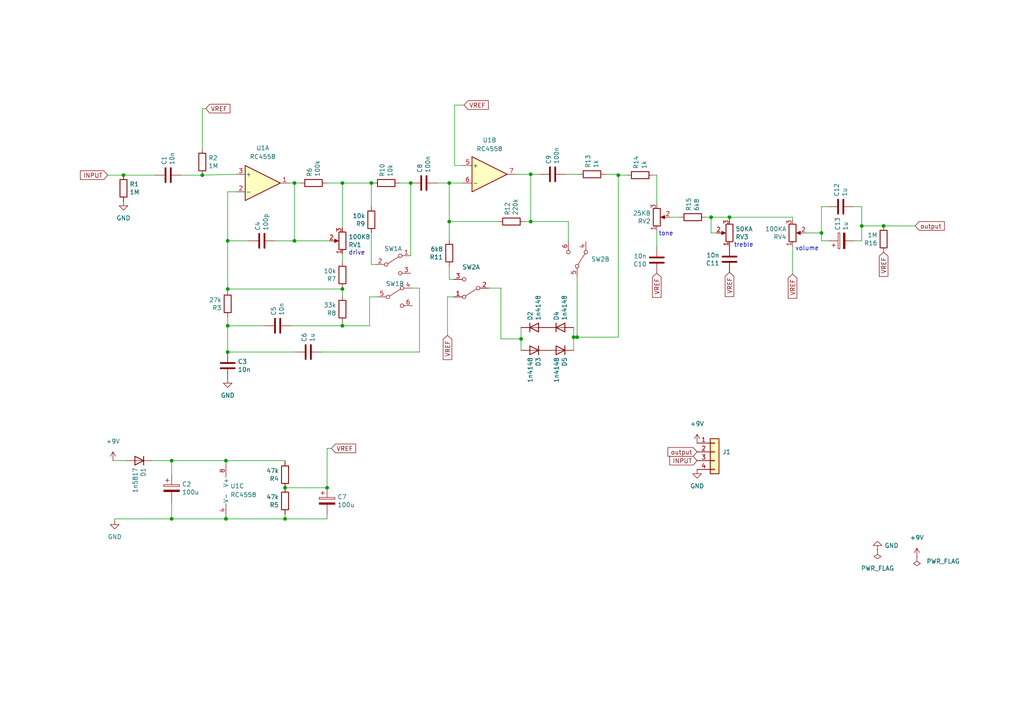
<source format=kicad_sch>
(kicad_sch (version 20211123) (generator eeschema)
  (paper "A4")
  (lib_symbols
    (symbol "Amplifier_Operational:RC4558" (pin_names (offset 0.127))
      (property "Reference" "U" (at 0 5.08 0))
      (property "Value" "RC4558" (at 0 -5.08 0))
      (symbol "RC4558_1_1"
        (polyline (pts (xy -5.08 5.08) (xy 5.08 0) (xy -5.08 -5.08) (xy -5.08 5.08)) (stroke (width 0.254)) (fill (type background)))
        (pin output line (at 7.62 0 180) (length 2.54) (name "~") (number "1"))
        (pin input line (at -7.62 -2.54 0) (length 2.54) (name "-") (number "2"))
        (pin input line (at -7.62 2.54 0) (length 2.54) (name "+") (number "3"))
      )
      (symbol "RC4558_2_1"
        (polyline (pts (xy -5.08 5.08) (xy 5.08 0) (xy -5.08 -5.08) (xy -5.08 5.08)) (stroke (width 0.254)) (fill (type background)))
        (pin input line (at -7.62 2.54 0) (length 2.54) (name "+") (number "5"))
        (pin input line (at -7.62 -2.54 0) (length 2.54) (name "-") (number "6"))
        (pin output line (at 7.62 0 180) (length 2.54) (name "~") (number "7"))
      )
      (symbol "RC4558_3_1"
        (pin power_in line (at -2.54 -7.62 90) (length 3.81) (name "V-") (number "4"))
        (pin power_in line (at -2.54 7.62 270) (length 3.81) (name "V+") (number "8"))
      )
    )
    (symbol "Connector_Generic:Conn_01x04" (pin_names (offset 1.016) hide)
      (property "Reference" "J" (at 0 5.08 0))
      (property "Value" "Conn_01x04" (at 0 -7.62 0))
      (symbol "Conn_01x04_1_1"
        (rectangle (start -1.27 -4.953) (end 0 -5.207) (stroke (width 0.1524)))
        (rectangle (start -1.27 -2.413) (end 0 -2.667) (stroke (width 0.1524)))
        (rectangle (start -1.27 0.127) (end 0 -0.127) (stroke (width 0.1524)))
        (rectangle (start -1.27 2.667) (end 0 2.413) (stroke (width 0.1524)))
        (rectangle (start -1.27 3.81) (end 1.27 -6.35) (stroke (width 0.254)) (fill (type background)))
        (pin passive line (at -5.08 2.54 0) (length 3.81) (name "Pin_1") (number "1"))
        (pin passive line (at -5.08 0 0) (length 3.81) (name "Pin_2") (number "2"))
        (pin passive line (at -5.08 -2.54 0) (length 3.81) (name "Pin_3") (number "3"))
        (pin passive line (at -5.08 -5.08 0) (length 3.81) (name "Pin_4") (number "4"))
      )
    )
    (symbol "Device:C" (pin_numbers hide) (pin_names (offset 0.254))
      (property "Reference" "C" (at 0.635 2.54 0))
      (property "Value" "C" (at 0.635 -2.54 0))
      (symbol "C_0_1"
        (polyline (pts (xy -2.032 -0.762) (xy 2.032 -0.762)) (stroke (width 0.508)))
        (polyline (pts (xy -2.032 0.762) (xy 2.032 0.762)) (stroke (width 0.508)))
      )
      (symbol "C_1_1"
        (pin passive line (at 0 3.81 270) (length 2.794) (name "~") (number "1"))
        (pin passive line (at 0 -3.81 90) (length 2.794) (name "~") (number "2"))
      )
    )
    (symbol "Device:CP" (pin_numbers hide) (pin_names (offset 0.254))
      (property "Reference" "C" (at 0.635 2.54 0))
      (property "Value" "Device_CP" (at 0.635 -2.54 0))
      (symbol "CP_0_1"
        (rectangle (start -2.286 0.508) (end 2.286 1.016))
        (polyline (pts (xy -1.778 2.286) (xy -0.762 2.286)))
        (polyline (pts (xy -1.27 2.794) (xy -1.27 1.778)))
        (rectangle (start 2.286 -0.508) (end -2.286 -1.016) (fill (type outline)))
      )
      (symbol "CP_1_1"
        (pin passive line (at 0 3.81 270) (length 2.794) (name "~") (number "1"))
        (pin passive line (at 0 -3.81 90) (length 2.794) (name "~") (number "2"))
      )
    )
    (symbol "Device:C_Polarized" (pin_numbers hide) (pin_names (offset 0.254))
      (property "Reference" "C" (at 0.635 2.54 0))
      (property "Value" "C_Polarized" (at 0.635 -2.54 0))
      (symbol "C_Polarized_0_1"
        (rectangle (start -2.286 0.508) (end 2.286 1.016))
        (polyline (pts (xy -1.778 2.286) (xy -0.762 2.286)))
        (polyline (pts (xy -1.27 2.794) (xy -1.27 1.778)))
        (rectangle (start 2.286 -0.508) (end -2.286 -1.016) (fill (type outline)))
      )
      (symbol "C_Polarized_1_1"
        (pin passive line (at 0 3.81 270) (length 2.794) (name "~") (number "1"))
        (pin passive line (at 0 -3.81 90) (length 2.794) (name "~") (number "2"))
      )
    )
    (symbol "Device:D" (pin_numbers hide) (pin_names (offset 1.016) hide)
      (property "Reference" "D" (at 0 2.54 0))
      (property "Value" "D" (at 0 -2.54 0))
      (symbol "D_0_1"
        (polyline (pts (xy -1.27 1.27) (xy -1.27 -1.27)) (stroke (width 0.254)))
        (polyline (pts (xy 1.27 0) (xy -1.27 0)))
        (polyline (pts (xy 1.27 1.27) (xy 1.27 -1.27) (xy -1.27 0) (xy 1.27 1.27)) (stroke (width 0.254)))
      )
      (symbol "D_1_1"
        (pin passive line (at -3.81 0 0) (length 2.54) (name "K") (number "1"))
        (pin passive line (at 3.81 0 180) (length 2.54) (name "A") (number "2"))
      )
    )
    (symbol "Device:R" (pin_numbers hide) (pin_names (offset 0))
      (property "Reference" "R" (at 2.032 0 90))
      (property "Value" "R" (at 0 0 90))
      (symbol "R_0_1"
        (rectangle (start -1.016 -2.54) (end 1.016 2.54) (stroke (width 0.254)))
      )
      (symbol "R_1_1"
        (pin passive line (at 0 3.81 270) (length 1.27) (name "~") (number "1"))
        (pin passive line (at 0 -3.81 90) (length 1.27) (name "~") (number "2"))
      )
    )
    (symbol "Device:R_POT" (pin_names (offset 1.016) hide)
      (property "Reference" "RV" (at -4.445 0 90))
      (property "Value" "Device_R_POT" (at -2.54 0 90))
      (symbol "R_POT_0_1"
        (polyline (pts (xy 2.54 0) (xy 1.524 0)))
        (polyline (pts (xy 1.143 0) (xy 2.286 0.508) (xy 2.286 -0.508) (xy 1.143 0)) (fill (type outline)))
        (rectangle (start 1.016 2.54) (end -1.016 -2.54) (stroke (width 0.254)))
      )
      (symbol "R_POT_1_1"
        (pin passive line (at 0 3.81 270) (length 1.27) (name "1") (number "1"))
        (pin passive line (at 3.81 0 180) (length 1.27) (name "2") (number "2"))
        (pin passive line (at 0 -3.81 90) (length 1.27) (name "3") (number "3"))
      )
    )
    (symbol "Switch:SW_DPDT_x2" (pin_names (offset 0) hide)
      (property "Reference" "SW" (at 0 4.318 0))
      (property "Value" "SW_DPDT_x2" (at 0 -5.08 0))
      (symbol "SW_DPDT_x2_0_0"
        (circle (center -2.032 0) (radius 0.508))
        (circle (center 2.032 -2.54) (radius 0.508))
      )
      (symbol "SW_DPDT_x2_0_1"
        (polyline (pts (xy -1.524 0.254) (xy 1.651 2.286)))
        (circle (center 2.032 2.54) (radius 0.508))
      )
      (symbol "SW_DPDT_x2_1_1"
        (pin passive line (at 5.08 2.54 180) (length 2.54) (name "A") (number "1"))
        (pin passive line (at -5.08 0 0) (length 2.54) (name "B") (number "2"))
        (pin passive line (at 5.08 -2.54 180) (length 2.54) (name "C") (number "3"))
      )
      (symbol "SW_DPDT_x2_2_1"
        (pin passive line (at 5.08 2.54 180) (length 2.54) (name "A") (number "4"))
        (pin passive line (at -5.08 0 0) (length 2.54) (name "B") (number "5"))
        (pin passive line (at 5.08 -2.54 180) (length 2.54) (name "C") (number "6"))
      )
    )
    (symbol "power:+9V" (power) (pin_names (offset 0))
      (property "Value" "+9V" (at 0 3.556 0))
      (symbol "+9V_0_1"
        (polyline (pts (xy -0.762 1.27) (xy 0 2.54)))
        (polyline (pts (xy 0 0) (xy 0 2.54)))
        (polyline (pts (xy 0 2.54) (xy 0.762 1.27)))
      )
      (symbol "+9V_1_1"
        (pin power_in line (at 0 0 90) (length 0) hide (name "+9V") (number "1"))
      )
    )
    (symbol "power:GND" (power) (pin_names (offset 0))
      (property "Value" "GND" (at 0 -3.81 0))
      (symbol "GND_0_1"
        (polyline (pts (xy 0 0) (xy 0 -1.27) (xy 1.27 -1.27) (xy 0 -2.54) (xy -1.27 -1.27) (xy 0 -1.27)))
      )
      (symbol "GND_1_1"
        (pin power_in line (at 0 0 270) (length 0) hide (name "GND") (number "1"))
      )
    )
    (symbol "power:PWR_FLAG" (power) (pin_numbers hide) (pin_names (offset 0) hide)
      (property "Value" "PWR_FLAG" (at 0 3.81 0))
      (symbol "PWR_FLAG_0_0"
        (pin power_out line (at 0 0 90) (length 0) (name "pwr") (number "1"))
      )
      (symbol "PWR_FLAG_0_1"
        (polyline (pts (xy 0 0) (xy 0 1.27) (xy -1.016 1.905) (xy 0 2.54) (xy 1.016 1.905) (xy 0 1.27)))
      )
    )
  )
  (junction (at 153.924 50.546))
  (junction (at 153.924 64.262))
  (junction (at 66.04 102.108))
  (junction (at 66.04 69.85))
  (junction (at 65.532 133.604))
  (junction (at 151.13 98.298))
  (junction (at 58.674 50.8))
  (junction (at 66.04 94.488))
  (junction (at 249.936 65.532))
  (junction (at 206.248 62.992))
  (junction (at 238.252 67.564))
  (junction (at 211.582 62.992))
  (junction (at 94.869 141.478))
  (junction (at 179.324 50.8))
  (junction (at 82.677 150.495))
  (junction (at 82.677 141.478))
  (junction (at 35.814 50.8))
  (junction (at 99.314 94.488))
  (junction (at 119.126 53.086))
  (junction (at 130.302 64.262))
  (junction (at 166.37 97.79))
  (junction (at 85.3948 69.85))
  (junction (at 167.386 97.79))
  (junction (at 130.302 53.086))
  (junction (at 65.532 150.495))
  (junction (at 256.286 65.532))
  (junction (at 99.314 83.82))
  (junction (at 66.04 83.82))
  (junction (at 49.784 150.495))
  (junction (at 49.784 133.604))
  (junction (at 107.696 53.086))
  (junction (at 99.314 53.086))
  (junction (at 85.3948 53.086))
  (wire (pts (xy 49.784 133.604) (xy 65.532 133.604)))
  (wire (pts (xy 94.869 130.048) (xy 94.869 141.478)))
  (wire (pts (xy 65.532 149.86) (xy 65.532 150.495)))
  (wire (pts (xy 229.87 62.992) (xy 211.582 62.992)))
  (wire (pts (xy 82.677 133.858) (xy 82.677 133.604)))
  (wire (pts (xy 167.386 97.79) (xy 167.386 80.264)))
  (wire (pts (xy 107.696 76.708) (xy 107.696 67.564)))
  (wire (pts (xy 31.242 50.8) (xy 35.814 50.8)))
  (wire (pts (xy 66.04 69.85) (xy 72.136 69.85)))
  (wire (pts (xy 66.04 55.626) (xy 68.58 55.626)))
  (wire (pts (xy 119.634 83.566) (xy 121.666 83.566)))
  (wire (pts (xy 94.869 150.495) (xy 94.869 149.098)))
  (wire (pts (xy 130.302 81.026) (xy 130.302 77.216)))
  (wire (pts (xy 33.274 150.495) (xy 49.784 150.495)))
  (wire (pts (xy 49.784 150.495) (xy 49.784 145.415)))
  (wire (pts (xy 99.314 73.66) (xy 99.314 75.946)))
  (wire (pts (xy 166.37 97.79) (xy 166.37 101.6)))
  (wire (pts (xy 166.37 97.79) (xy 167.386 97.79)))
  (wire (pts (xy 85.3948 53.086) (xy 85.3948 69.85)))
  (wire (pts (xy 256.286 65.532) (xy 265.43 65.532)))
  (wire (pts (xy 153.924 50.546) (xy 156.464 50.546)))
  (wire (pts (xy 58.674 50.8) (xy 68.58 50.546)))
  (wire (pts (xy 229.87 63.754) (xy 229.87 62.992)))
  (wire (pts (xy 119.126 53.086) (xy 119.126 74.168)))
  (wire (pts (xy 33.274 150.876) (xy 33.274 150.495)))
  (wire (pts (xy 247.65 59.944) (xy 249.936 59.944)))
  (wire (pts (xy 189.484 50.8) (xy 190.5 50.8)))
  (wire (pts (xy 151.13 94.996) (xy 151.13 98.298)))
  (wire (pts (xy 153.924 64.262) (xy 152.146 64.262)))
  (wire (pts (xy 99.314 93.472) (xy 99.314 94.488)))
  (wire (pts (xy 126.746 53.086) (xy 130.302 53.086)))
  (wire (pts (xy 66.04 69.85) (xy 66.04 83.82)))
  (wire (pts (xy 99.314 94.488) (xy 84.328 94.488)))
  (wire (pts (xy 240.284 69.85) (xy 238.252 69.85)))
  (wire (pts (xy 247.904 69.85) (xy 249.936 69.85)))
  (wire (pts (xy 249.936 69.85) (xy 249.936 65.532)))
  (wire (pts (xy 65.532 134.62) (xy 65.532 133.604)))
  (wire (pts (xy 35.814 50.8) (xy 44.958 50.8)))
  (wire (pts (xy 131.826 48.006) (xy 131.826 30.48)))
  (wire (pts (xy 164.846 70.104) (xy 164.846 64.262)))
  (wire (pts (xy 229.87 71.374) (xy 229.87 79.502)))
  (wire (pts (xy 66.04 94.488) (xy 76.708 94.488)))
  (wire (pts (xy 82.677 141.478) (xy 94.869 141.478)))
  (wire (pts (xy 194.31 62.992) (xy 197.104 62.992)))
  (wire (pts (xy 66.04 94.488) (xy 66.04 102.108)))
  (wire (pts (xy 58.674 31.496) (xy 59.69 31.496)))
  (wire (pts (xy 107.188 94.488) (xy 99.314 94.488)))
  (wire (pts (xy 121.666 83.566) (xy 121.666 102.108)))
  (wire (pts (xy 82.677 150.495) (xy 94.869 150.495)))
  (wire (pts (xy 151.13 98.298) (xy 151.13 101.6)))
  (wire (pts (xy 58.674 43.18) (xy 58.674 31.496)))
  (wire (pts (xy 44.196 133.604) (xy 49.784 133.604)))
  (wire (pts (xy 129.794 97.282) (xy 129.794 86.106)))
  (wire (pts (xy 238.252 67.564) (xy 233.68 67.564)))
  (wire (pts (xy 129.794 86.106) (xy 131.572 86.106)))
  (wire (pts (xy 107.696 53.086) (xy 108.204 53.086)))
  (wire (pts (xy 66.04 91.948) (xy 66.04 94.488)))
  (wire (pts (xy 66.04 55.626) (xy 66.04 69.85)))
  (wire (pts (xy 94.742 53.086) (xy 99.314 53.086)))
  (wire (pts (xy 65.532 150.495) (xy 82.677 150.495)))
  (wire (pts (xy 65.532 133.604) (xy 82.677 133.604)))
  (wire (pts (xy 240.03 59.944) (xy 238.252 59.944)))
  (wire (pts (xy 83.82 53.086) (xy 85.3948 53.086)))
  (wire (pts (xy 115.824 53.086) (xy 119.126 53.086)))
  (wire (pts (xy 166.37 94.996) (xy 166.37 97.79)))
  (wire (pts (xy 179.324 50.8) (xy 179.324 97.79)))
  (wire (pts (xy 145.288 83.566) (xy 141.732 83.566)))
  (wire (pts (xy 130.302 64.262) (xy 130.302 69.596)))
  (wire (pts (xy 211.582 63.754) (xy 211.582 62.992)))
  (wire (pts (xy 79.756 69.85) (xy 85.3948 69.85)))
  (wire (pts (xy 238.252 59.944) (xy 238.252 67.564)))
  (wire (pts (xy 179.324 50.546) (xy 179.324 50.8)))
  (wire (pts (xy 66.04 102.108) (xy 85.598 102.108)))
  (wire (pts (xy 206.248 67.564) (xy 206.248 62.992)))
  (wire (pts (xy 49.784 133.604) (xy 49.784 137.795)))
  (wire (pts (xy 99.314 53.086) (xy 107.696 53.086)))
  (wire (pts (xy 107.696 53.086) (xy 107.696 59.944)))
  (wire (pts (xy 144.526 64.262) (xy 130.302 64.262)))
  (wire (pts (xy 96.139 130.048) (xy 94.869 130.048)))
  (wire (pts (xy 134.366 48.006) (xy 131.826 48.006)))
  (wire (pts (xy 181.864 50.8) (xy 179.324 50.8)))
  (wire (pts (xy 93.218 102.108) (xy 121.666 102.108)))
  (wire (pts (xy 207.772 67.564) (xy 206.248 67.564)))
  (wire (pts (xy 131.572 81.026) (xy 130.302 81.026)))
  (wire (pts (xy 145.288 98.298) (xy 145.288 83.566)))
  (wire (pts (xy 149.606 50.546) (xy 153.924 50.546)))
  (wire (pts (xy 130.302 64.262) (xy 130.302 53.086)))
  (wire (pts (xy 164.084 50.546) (xy 167.894 50.546)))
  (wire (pts (xy 82.677 150.495) (xy 82.677 149.098)))
  (wire (pts (xy 179.324 50.546) (xy 175.514 50.546)))
  (wire (pts (xy 99.314 83.82) (xy 99.314 85.852)))
  (wire (pts (xy 206.248 62.992) (xy 204.724 62.992)))
  (wire (pts (xy 99.314 53.086) (xy 99.314 66.04)))
  (wire (pts (xy 108.966 76.708) (xy 107.696 76.708)))
  (wire (pts (xy 238.252 69.85) (xy 238.252 67.564)))
  (wire (pts (xy 66.04 102.108) (xy 66.04 102.235)))
  (wire (pts (xy 131.826 30.48) (xy 134.62 30.48)))
  (wire (pts (xy 211.582 62.992) (xy 206.248 62.992)))
  (wire (pts (xy 249.936 65.532) (xy 256.286 65.532)))
  (wire (pts (xy 151.13 98.298) (xy 145.288 98.298)))
  (wire (pts (xy 164.846 64.262) (xy 153.924 64.262)))
  (wire (pts (xy 190.5 50.8) (xy 190.5 59.182)))
  (wire (pts (xy 85.3948 69.85) (xy 95.504 69.85)))
  (wire (pts (xy 65.532 150.495) (xy 49.784 150.495)))
  (wire (pts (xy 190.5 66.802) (xy 190.5 71.628)))
  (wire (pts (xy 167.386 97.79) (xy 179.324 97.79)))
  (wire (pts (xy 249.936 59.944) (xy 249.936 65.532)))
  (wire (pts (xy 107.188 86.106) (xy 109.474 86.106)))
  (wire (pts (xy 107.188 86.106) (xy 107.188 94.488)))
  (wire (pts (xy 99.314 83.82) (xy 66.04 83.82)))
  (wire (pts (xy 66.04 83.82) (xy 66.04 84.328)))
  (wire (pts (xy 52.578 50.8) (xy 58.674 50.8)))
  (wire (pts (xy 130.302 53.086) (xy 134.366 53.086)))
  (wire (pts (xy 99.314 83.566) (xy 99.314 83.82)))
  (wire (pts (xy 85.3948 53.086) (xy 87.122 53.086)))
  (wire (pts (xy 153.924 50.546) (xy 153.924 64.262)))
  (wire (pts (xy 32.766 133.604) (xy 36.576 133.604)))
  (text "drive" (at 101.092 74.168 0) (effects (font (size 1.27 1.27)) (justify left bottom)))
  (text "volume\n" (at 230.632 72.898 0) (effects (font (size 1.27 1.27)) (justify left bottom)))
  (text "treble\n" (at 212.852 71.882 0) (effects (font (size 1.27 1.27)) (justify left bottom)))
  (text "tone\n" (at 191.008 68.58 0) (effects (font (size 1.27 1.27)) (justify left bottom)))
  (global_label "VREF" (shape input) (at 229.87 79.502 270) (property "Intersheet References" "${INTERSHEET_REFS}" (effects hide)))
  (global_label "VREF" (shape input) (at 211.582 78.994 270) (property "Intersheet References" "${INTERSHEET_REFS}" (effects hide)))
  (global_label "output" (shape input) (at 202.184 131.064 180) (property "Intersheet References" "${INTERSHEET_REFS}" (effects hide)))
  (global_label "INPUT" (shape input) (at 202.184 133.604 180) (property "Intersheet References" "${INTERSHEET_REFS}" (effects hide)))
  (global_label "VREF" (shape input) (at 190.5 79.248 270) (property "Intersheet References" "${INTERSHEET_REFS}" (effects hide)))
  (global_label "VREF" (shape input) (at 134.62 30.48 0) (property "Intersheet References" "${INTERSHEET_REFS}" (effects hide)))
  (global_label "VREF" (shape input) (at 256.286 73.152 270) (property "Intersheet References" "${INTERSHEET_REFS}" (effects hide)))
  (global_label "VREF" (shape input) (at 59.69 31.496 0) (property "Intersheet References" "${INTERSHEET_REFS}" (effects hide)))
  (global_label "VREF" (shape input) (at 129.794 97.282 270) (property "Intersheet References" "${INTERSHEET_REFS}" (effects hide)))
  (global_label "INPUT" (shape input) (at 31.242 50.8 180) (property "Intersheet References" "${INTERSHEET_REFS}" (effects hide)))
  (global_label "VREF" (shape input) (at 96.139 130.048 0) (property "Intersheet References" "${INTERSHEET_REFS}" (effects hide)))
  (global_label "output" (shape input) (at 265.43 65.532 0) (property "Intersheet References" "${INTERSHEET_REFS}" (effects hide)))
  (symbol (lib_id "Device:R_POT") (at 229.87 67.564 0) (mirror x) (unit 1)
    (property "Reference" "RV4" (at 228.1174 68.7324 0) (effects (justify right)))
    (property "Value" "100KA" (at 228.1174 66.421 0) (effects (justify right)))
    (property "Footprint" "pedals:16MM_PCB_PADS" (effects hide))
  )
  (symbol (lib_id "Device:R") (at 99.314 79.756 180) (unit 1)
    (property "Reference" "R7" (at 97.536 80.9244 0) (effects (justify left)))
    (property "Value" "10k" (at 97.536 78.613 0) (effects (justify left)))
    (property "Footprint" "Resistor_THT:R_Axial_DIN0207_L6.3mm_D2.5mm_P10.16mm_Horizontal" (effects hide))
  )
  (symbol (lib_id "Amplifier_Operational:RC4558") (at 76.2 53.086 0) (unit 1)
    (property "Reference" "U1" (at 76.2 42.926 0))
    (property "Value" "RC4558" (at 76.2 45.466 0))
    (property "Footprint" "Package_DIP:DIP-8_W7.62mm_Socket" (effects hide))
    (property "Datasheet" "http://www.ti.com/lit/ds/symlink/rc4558.pdf" (effects hide))
  )
  (symbol (lib_id "Device:D") (at 162.56 101.6 180) (unit 1)
    (property "Reference" "D5" (at 163.7284 103.6066 90) (effects (justify left)))
    (property "Value" "1n4148" (at 161.417 103.6066 90) (effects (justify left)))
    (property "Footprint" "Diode_THT:D_A-405_P7.62mm_Horizontal" (effects hide))
  )
  (symbol (lib_id "Device:C") (at 75.946 69.85 90) (unit 1)
    (property "Reference" "C4" (at 74.7776 66.929 0) (effects (justify left)))
    (property "Value" "100p" (at 77.089 66.929 0) (effects (justify left)))
    (property "Footprint" "Capacitor_THT:C_Disc_D5.0mm_W2.5mm_P5.00mm" (effects hide))
  )
  (symbol (lib_id "Device:R") (at 66.04 88.138 180) (unit 1)
    (property "Reference" "R3" (at 64.262 89.3064 0) (effects (justify left)))
    (property "Value" "27k" (at 64.262 86.995 0) (effects (justify left)))
    (property "Footprint" "Resistor_THT:R_Axial_DIN0207_L6.3mm_D2.5mm_P10.16mm_Horizontal" (effects hide))
  )
  (symbol (lib_id "power:GND") (at 35.814 58.42 0) (unit 1)
    (property "Reference" "#PWR0101" (effects hide))
    (property "Value" "GND" (at 35.814 63.246 0))
  )
  (symbol (lib_id "Device:R") (at 256.286 69.342 180) (unit 1)
    (property "Reference" "R16" (at 254.508 70.5104 0) (effects (justify left)))
    (property "Value" "1M" (at 254.508 68.199 0) (effects (justify left)))
    (property "Footprint" "Resistor_THT:R_Axial_DIN0207_L6.3mm_D2.5mm_P10.16mm_Horizontal" (effects hide))
  )
  (symbol (lib_id "Device:R") (at 58.674 46.99 0) (unit 1)
    (property "Reference" "R2" (at 60.452 45.8216 0) (effects (justify left)))
    (property "Value" "1M" (at 60.452 48.133 0) (effects (justify left)))
    (property "Footprint" "Resistor_THT:R_Axial_DIN0207_L6.3mm_D2.5mm_P10.16mm_Horizontal" (effects hide))
  )
  (symbol (lib_id "Device:R_POT") (at 190.5 62.992 0) (mirror x) (unit 1)
    (property "Reference" "RV2" (at 188.7474 64.1604 0) (effects (justify right)))
    (property "Value" "25KB" (at 188.7474 61.849 0) (effects (justify right)))
    (property "Footprint" "pedals:16MM_PCB_PADS" (effects hide))
  )
  (symbol (lib_id "Device:C") (at 211.582 75.184 180) (unit 1)
    (property "Reference" "C11" (at 208.661 76.3524 0) (effects (justify left)))
    (property "Value" "10n" (at 208.661 74.041 0) (effects (justify left)))
    (property "Footprint" "Capacitor_THT:C_Rect_L7.0mm_W2.5mm_P5.00mm" (effects hide))
  )
  (symbol (lib_id "Device:R") (at 82.677 137.668 180) (unit 1)
    (property "Reference" "R4" (at 80.899 138.8364 0) (effects (justify left)))
    (property "Value" "47k" (at 80.899 136.525 0) (effects (justify left)))
    (property "Footprint" "Resistor_THT:R_Axial_DIN0207_L6.3mm_D2.5mm_P10.16mm_Horizontal" (effects hide))
  )
  (symbol (lib_id "power:PWR_FLAG") (at 265.938 161.544 180) (unit 1)
    (property "Reference" "#FLG0101" (effects hide))
    (property "Value" "PWR_FLAG" (at 268.732 162.8139 0) (effects (justify right)))
  )
  (symbol (lib_id "Connector_Generic:Conn_01x04") (at 207.264 131.064 0) (unit 1)
    (property "Reference" "J1" (at 209.55 131.0639 0) (effects (justify left)))
    (property "Value" "Conn_01x04" (effects hide))
    (property "Footprint" "Connector_PinHeader_2.54mm:PinHeader_1x04_P2.54mm_Vertical" (effects hide))
  )
  (symbol (lib_id "Amplifier_Operational:RC4558") (at 68.072 142.24 0) (unit 3)
    (property "Reference" "U1" (at 66.802 140.9699 0) (effects (justify left)))
    (property "Value" "RC4558" (at 66.802 143.5099 0) (effects (justify left)))
    (property "Footprint" "Package_DIP:DIP-8_W7.62mm_Socket" (effects hide))
    (property "Datasheet" "http://www.ti.com/lit/ds/symlink/rc4558.pdf" (effects hide))
  )
  (symbol (lib_id "Device:C") (at 122.936 53.086 90) (unit 1)
    (property "Reference" "C8" (at 121.7676 50.165 0) (effects (justify left)))
    (property "Value" "100n" (at 124.079 50.165 0) (effects (justify left)))
    (property "Footprint" "Capacitor_THT:C_Disc_D5.0mm_W2.5mm_P5.00mm" (effects hide))
  )
  (symbol (lib_id "Device:C_Polarized") (at 49.784 141.605 0) (unit 1)
    (property "Reference" "C2" (at 52.7812 140.4366 0) (effects (justify left)))
    (property "Value" "100u" (at 52.7812 142.748 0) (effects (justify left)))
    (property "Footprint" "Capacitor_THT:CP_Radial_D6.3mm_P2.50mm" (effects hide))
  )
  (symbol (lib_id "Device:R_POT") (at 99.314 69.85 180) (unit 1)
    (property "Reference" "RV1" (at 101.0666 71.0184 0) (effects (justify right)))
    (property "Value" "100KB" (at 101.0666 68.707 0) (effects (justify right)))
    (property "Footprint" "pedals:16MM_PCB_PADS" (effects hide))
  )
  (symbol (lib_id "power:+9V") (at 32.766 133.604 0) (unit 1)
    (property "Reference" "#PWR0103" (effects hide))
    (property "Value" "+9V" (at 32.766 128.016 0))
  )
  (symbol (lib_id "Device:C") (at 243.84 59.944 90) (unit 1)
    (property "Reference" "C12" (at 242.6716 57.023 0) (effects (justify left)))
    (property "Value" "1u" (at 244.983 57.023 0) (effects (justify left)))
    (property "Footprint" "Capacitor_THT:C_Disc_D5.0mm_W2.5mm_P5.00mm" (effects hide))
  )
  (symbol (lib_id "Device:R") (at 35.814 54.61 0) (unit 1)
    (property "Reference" "R1" (at 37.592 53.4416 0) (effects (justify left)))
    (property "Value" "1M" (at 37.592 55.753 0) (effects (justify left)))
    (property "Footprint" "Resistor_THT:R_Axial_DIN0207_L6.3mm_D2.5mm_P10.16mm_Horizontal" (effects hide))
  )
  (symbol (lib_id "Device:R_POT") (at 211.582 67.564 180) (unit 1)
    (property "Reference" "RV3" (at 213.3346 68.7324 0) (effects (justify right)))
    (property "Value" "50KA" (at 213.3346 66.421 0) (effects (justify right)))
    (property "Footprint" "pedals:16MM_PCB_PADS" (effects hide))
  )
  (symbol (lib_id "Device:D") (at 40.386 133.604 180) (unit 1)
    (property "Reference" "D1" (at 41.5544 135.6106 90) (effects (justify left)))
    (property "Value" "1n5817" (at 39.243 135.6106 90) (effects (justify left)))
    (property "Footprint" "Diode_THT:D_A-405_P7.62mm_Horizontal" (effects hide))
  )
  (symbol (lib_id "Switch:SW_DPDT_x2") (at 114.046 76.708 0) (unit 1)
    (property "Reference" "SW1" (at 114.046 72.136 0))
    (property "Value" "SW_DPST_x2" (effects hide))
    (property "Footprint" "pedals:DPDTMini" (effects hide))
  )
  (symbol (lib_id "Device:C") (at 66.04 106.045 0) (unit 1)
    (property "Reference" "C3" (at 68.961 104.8766 0) (effects (justify left)))
    (property "Value" "10n" (at 68.961 107.188 0) (effects (justify left)))
    (property "Footprint" "Capacitor_THT:C_Disc_D5.0mm_W2.5mm_P5.00mm" (effects hide))
  )
  (symbol (lib_id "Device:D") (at 154.94 94.996 0) (unit 1)
    (property "Reference" "D2" (at 153.7716 92.9894 90) (effects (justify left)))
    (property "Value" "1n4148" (at 156.083 92.9894 90) (effects (justify left)))
    (property "Footprint" "Diode_THT:D_A-405_P7.62mm_Horizontal" (effects hide))
  )
  (symbol (lib_id "Device:C") (at 48.768 50.8 90) (unit 1)
    (property "Reference" "C1" (at 47.5996 47.879 0) (effects (justify left)))
    (property "Value" "10n" (at 49.911 47.879 0) (effects (justify left)))
    (property "Footprint" "Capacitor_THT:C_Disc_D5.0mm_W2.5mm_P5.00mm" (effects hide))
  )
  (symbol (lib_id "power:GND") (at 202.184 136.144 0) (unit 1)
    (property "Reference" "#PWR0105" (effects hide))
    (property "Value" "GND" (at 202.184 140.97 0))
  )
  (symbol (lib_id "Device:R") (at 90.932 53.086 90) (unit 1)
    (property "Reference" "R6" (at 89.7636 51.308 0) (effects (justify left)))
    (property "Value" "100k" (at 92.075 51.308 0) (effects (justify left)))
    (property "Footprint" "Resistor_THT:R_Axial_DIN0207_L6.3mm_D2.5mm_P10.16mm_Horizontal" (effects hide))
  )
  (symbol (lib_id "power:+9V") (at 265.938 161.544 0) (unit 1)
    (property "Reference" "#PWR0107" (effects hide))
    (property "Value" "+9V" (at 265.938 155.956 0))
  )
  (symbol (lib_id "Device:R") (at 130.302 73.406 180) (unit 1)
    (property "Reference" "R11" (at 128.524 74.5744 0) (effects (justify left)))
    (property "Value" "6k8" (at 128.524 72.263 0) (effects (justify left)))
    (property "Footprint" "Resistor_THT:R_Axial_DIN0207_L6.3mm_D2.5mm_P10.16mm_Horizontal" (effects hide))
  )
  (symbol (lib_id "Device:R") (at 82.677 145.288 180) (unit 1)
    (property "Reference" "R5" (at 80.899 146.4564 0) (effects (justify left)))
    (property "Value" "47k" (at 80.899 144.145 0) (effects (justify left)))
    (property "Footprint" "Resistor_THT:R_Axial_DIN0207_L6.3mm_D2.5mm_P10.16mm_Horizontal" (effects hide))
  )
  (symbol (lib_id "Device:R") (at 185.674 50.8 90) (unit 1)
    (property "Reference" "R14" (at 184.5056 49.022 0) (effects (justify left)))
    (property "Value" "1k" (at 186.817 49.022 0) (effects (justify left)))
    (property "Footprint" "Resistor_THT:R_Axial_DIN0207_L6.3mm_D2.5mm_P10.16mm_Horizontal" (effects hide))
  )
  (symbol (lib_id "Device:R") (at 107.696 63.754 180) (unit 1)
    (property "Reference" "R9" (at 105.918 64.9224 0) (effects (justify left)))
    (property "Value" "10k" (at 105.918 62.611 0) (effects (justify left)))
    (property "Footprint" "Resistor_THT:R_Axial_DIN0207_L6.3mm_D2.5mm_P10.16mm_Horizontal" (effects hide))
  )
  (symbol (lib_id "Device:C") (at 160.274 50.546 90) (unit 1)
    (property "Reference" "C9" (at 159.1056 47.625 0) (effects (justify left)))
    (property "Value" "100n" (at 161.417 47.625 0) (effects (justify left)))
    (property "Footprint" "Capacitor_THT:C_Disc_D5.0mm_W2.5mm_P5.00mm" (effects hide))
  )
  (symbol (lib_id "Device:R") (at 171.704 50.546 90) (unit 1)
    (property "Reference" "R13" (at 170.5356 48.768 0) (effects (justify left)))
    (property "Value" "1k" (at 172.847 48.768 0) (effects (justify left)))
    (property "Footprint" "Resistor_THT:R_Axial_DIN0207_L6.3mm_D2.5mm_P10.16mm_Horizontal" (effects hide))
  )
  (symbol (lib_id "Device:C") (at 190.5 75.438 180) (unit 1)
    (property "Reference" "C10" (at 187.579 76.6064 0) (effects (justify left)))
    (property "Value" "10n" (at 187.579 74.295 0) (effects (justify left)))
    (property "Footprint" "Capacitor_THT:C_Disc_D5.0mm_W2.5mm_P5.00mm" (effects hide))
  )
  (symbol (lib_id "power:+9V") (at 202.184 128.524 0) (unit 1)
    (property "Reference" "#PWR0106" (effects hide))
    (property "Value" "+9V" (at 202.184 122.936 0))
  )
  (symbol (lib_id "Device:C") (at 89.408 102.108 90) (unit 1)
    (property "Reference" "C6" (at 88.2396 99.187 0) (effects (justify left)))
    (property "Value" "1u" (at 90.551 99.187 0) (effects (justify left)))
    (property "Footprint" "Capacitor_THT:C_Disc_D5.0mm_W2.5mm_P5.00mm" (effects hide))
  )
  (symbol (lib_id "power:GND") (at 66.04 109.855 0) (unit 1)
    (property "Reference" "#PWR0102" (effects hide))
    (property "Value" "GND" (at 66.04 114.681 0))
  )
  (symbol (lib_id "power:PWR_FLAG") (at 254.508 159.512 180) (unit 1)
    (property "Reference" "#FLG0102" (effects hide))
    (property "Value" "PWR_FLAG" (at 254.508 164.846 0))
  )
  (symbol (lib_id "Device:D") (at 162.56 94.996 0) (unit 1)
    (property "Reference" "D4" (at 161.3916 92.9894 90) (effects (justify left)))
    (property "Value" "1n4148" (at 163.703 92.9894 90) (effects (justify left)))
    (property "Footprint" "Diode_THT:D_A-405_P7.62mm_Horizontal" (effects hide))
  )
  (symbol (lib_id "Device:R") (at 99.314 89.662 180) (unit 1)
    (property "Reference" "R8" (at 97.536 90.8304 0) (effects (justify left)))
    (property "Value" "33k" (at 97.536 88.519 0) (effects (justify left)))
    (property "Footprint" "Resistor_THT:R_Axial_DIN0207_L6.3mm_D2.5mm_P10.16mm_Horizontal" (effects hide))
  )
  (symbol (lib_id "Device:CP") (at 244.094 69.85 90) (unit 1)
    (property "Reference" "C13" (at 242.9256 66.8528 0) (effects (justify left)))
    (property "Value" "1u" (at 245.237 66.8528 0) (effects (justify left)))
    (property "Footprint" "Capacitor_THT:CP_Radial_D6.3mm_P2.50mm" (effects hide))
  )
  (symbol (lib_id "Device:C") (at 80.518 94.488 90) (unit 1)
    (property "Reference" "C5" (at 79.3496 91.567 0) (effects (justify left)))
    (property "Value" "10n" (at 81.661 91.567 0) (effects (justify left)))
    (property "Footprint" "Capacitor_THT:C_Disc_D5.0mm_W2.5mm_P5.00mm" (effects hide))
  )
  (symbol (lib_id "Device:R") (at 112.014 53.086 90) (unit 1)
    (property "Reference" "R10" (at 110.8456 51.308 0) (effects (justify left)))
    (property "Value" "10k" (at 113.157 51.308 0) (effects (justify left)))
    (property "Footprint" "Resistor_THT:R_Axial_DIN0207_L6.3mm_D2.5mm_P10.16mm_Horizontal" (effects hide))
  )
  (symbol (lib_id "Device:D") (at 154.94 101.6 180) (unit 1)
    (property "Reference" "D3" (at 156.1084 103.6066 90) (effects (justify left)))
    (property "Value" "1n4148" (at 153.797 103.6066 90) (effects (justify left)))
    (property "Footprint" "Diode_THT:D_A-405_P7.62mm_Horizontal" (effects hide))
  )
  (symbol (lib_id "Amplifier_Operational:RC4558") (at 141.986 50.546 0) (unit 2)
    (property "Reference" "U1" (at 141.986 40.64 0))
    (property "Value" "RC4558" (at 141.986 43.18 0))
    (property "Footprint" "Package_DIP:DIP-8_W7.62mm_Socket" (effects hide))
    (property "Datasheet" "http://www.ti.com/lit/ds/symlink/rc4558.pdf" (effects hide))
  )
  (symbol (lib_id "power:GND") (at 33.274 150.876 0) (unit 1)
    (property "Reference" "#PWR0104" (effects hide))
    (property "Value" "GND" (at 33.274 155.702 0))
  )
  (symbol (lib_id "Switch:SW_DPDT_x2") (at 167.386 75.184 270) (mirror x) (unit 2)
    (property "Reference" "SW2" (at 171.45 75.1839 90) (effects (justify left)))
    (property "Value" "SW_DPDT_x2" (effects hide))
    (property "Footprint" "pedals:DPDTMini" (effects hide))
  )
  (symbol (lib_id "Switch:SW_DPDT_x2") (at 114.554 86.106 0) (unit 2)
    (property "Reference" "SW1" (at 114.554 82.296 0))
    (property "Value" "SW_DPST_x2" (effects hide))
    (property "Footprint" "pedals:DPDTMini" (effects hide))
  )
  (symbol (lib_id "Device:CP") (at 94.869 145.288 0) (unit 1)
    (property "Reference" "C7" (at 97.8662 144.1196 0) (effects (justify left)))
    (property "Value" "100u" (at 97.8662 146.431 0) (effects (justify left)))
    (property "Footprint" "Capacitor_THT:CP_Radial_D6.3mm_P2.50mm" (effects hide))
  )
  (symbol (lib_id "Device:R") (at 200.914 62.992 90) (unit 1)
    (property "Reference" "R15" (at 199.7456 61.214 0) (effects (justify left)))
    (property "Value" "6k8" (at 202.057 61.214 0) (effects (justify left)))
    (property "Footprint" "Resistor_THT:R_Axial_DIN0207_L6.3mm_D2.5mm_P10.16mm_Horizontal" (effects hide))
  )
  (symbol (lib_id "Device:R") (at 148.336 64.262 90) (unit 1)
    (property "Reference" "R12" (at 147.1676 62.484 0) (effects (justify left)))
    (property "Value" "220k" (at 149.479 62.484 0) (effects (justify left)))
    (property "Footprint" "Resistor_THT:R_Axial_DIN0207_L6.3mm_D2.5mm_P10.16mm_Horizontal" (effects hide))
  )
  (symbol (lib_id "power:GND") (at 254.508 159.512 180) (unit 1)
    (property "Reference" "#PWR0108" (effects hide))
    (property "Value" "GND" (at 256.54 158.2419 0) (effects (justify right)))
  )
  (symbol (lib_id "Switch:SW_DPDT_x2") (at 136.652 83.566 180) (unit 1)
    (property "Reference" "SW2" (at 136.652 77.47 0))
    (property "Value" "SW_DPDT_x2" (effects hide))
    (property "Footprint" "pedals:DPDTMini" (effects hide))
  )
)
</source>
